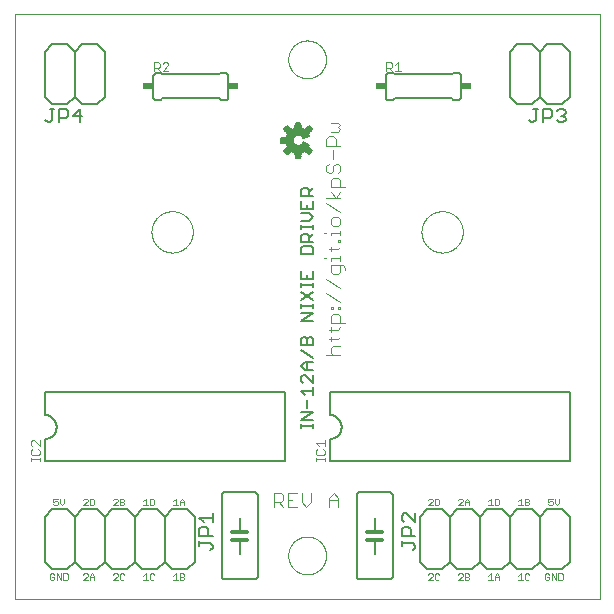
<source format=gto>
G75*
%MOIN*%
%OFA0B0*%
%FSLAX25Y25*%
%IPPOS*%
%LPD*%
%AMOC8*
5,1,8,0,0,1.08239X$1,22.5*
%
%ADD10C,0.00000*%
%ADD11C,0.00500*%
%ADD12C,0.00200*%
%ADD13C,0.00400*%
%ADD14C,0.00600*%
%ADD15R,0.03400X0.02400*%
%ADD16C,0.00300*%
%ADD17C,0.01200*%
%ADD18C,0.00591*%
D10*
X0001800Y0001800D02*
X0001800Y0196800D01*
X0196800Y0196800D01*
X0196800Y0001800D01*
X0001800Y0001800D01*
X0093001Y0016446D02*
X0093003Y0016604D01*
X0093009Y0016762D01*
X0093019Y0016920D01*
X0093033Y0017078D01*
X0093051Y0017235D01*
X0093072Y0017392D01*
X0093098Y0017548D01*
X0093128Y0017704D01*
X0093161Y0017859D01*
X0093199Y0018012D01*
X0093240Y0018165D01*
X0093285Y0018317D01*
X0093334Y0018468D01*
X0093387Y0018617D01*
X0093443Y0018765D01*
X0093503Y0018911D01*
X0093567Y0019056D01*
X0093635Y0019199D01*
X0093706Y0019341D01*
X0093780Y0019481D01*
X0093858Y0019618D01*
X0093940Y0019754D01*
X0094024Y0019888D01*
X0094113Y0020019D01*
X0094204Y0020148D01*
X0094299Y0020275D01*
X0094396Y0020400D01*
X0094497Y0020522D01*
X0094601Y0020641D01*
X0094708Y0020758D01*
X0094818Y0020872D01*
X0094931Y0020983D01*
X0095046Y0021092D01*
X0095164Y0021197D01*
X0095285Y0021299D01*
X0095408Y0021399D01*
X0095534Y0021495D01*
X0095662Y0021588D01*
X0095792Y0021678D01*
X0095925Y0021764D01*
X0096060Y0021848D01*
X0096196Y0021927D01*
X0096335Y0022004D01*
X0096476Y0022076D01*
X0096618Y0022146D01*
X0096762Y0022211D01*
X0096908Y0022273D01*
X0097055Y0022331D01*
X0097204Y0022386D01*
X0097354Y0022437D01*
X0097505Y0022484D01*
X0097657Y0022527D01*
X0097810Y0022566D01*
X0097965Y0022602D01*
X0098120Y0022633D01*
X0098276Y0022661D01*
X0098432Y0022685D01*
X0098589Y0022705D01*
X0098747Y0022721D01*
X0098904Y0022733D01*
X0099063Y0022741D01*
X0099221Y0022745D01*
X0099379Y0022745D01*
X0099537Y0022741D01*
X0099696Y0022733D01*
X0099853Y0022721D01*
X0100011Y0022705D01*
X0100168Y0022685D01*
X0100324Y0022661D01*
X0100480Y0022633D01*
X0100635Y0022602D01*
X0100790Y0022566D01*
X0100943Y0022527D01*
X0101095Y0022484D01*
X0101246Y0022437D01*
X0101396Y0022386D01*
X0101545Y0022331D01*
X0101692Y0022273D01*
X0101838Y0022211D01*
X0101982Y0022146D01*
X0102124Y0022076D01*
X0102265Y0022004D01*
X0102404Y0021927D01*
X0102540Y0021848D01*
X0102675Y0021764D01*
X0102808Y0021678D01*
X0102938Y0021588D01*
X0103066Y0021495D01*
X0103192Y0021399D01*
X0103315Y0021299D01*
X0103436Y0021197D01*
X0103554Y0021092D01*
X0103669Y0020983D01*
X0103782Y0020872D01*
X0103892Y0020758D01*
X0103999Y0020641D01*
X0104103Y0020522D01*
X0104204Y0020400D01*
X0104301Y0020275D01*
X0104396Y0020148D01*
X0104487Y0020019D01*
X0104576Y0019888D01*
X0104660Y0019754D01*
X0104742Y0019618D01*
X0104820Y0019481D01*
X0104894Y0019341D01*
X0104965Y0019199D01*
X0105033Y0019056D01*
X0105097Y0018911D01*
X0105157Y0018765D01*
X0105213Y0018617D01*
X0105266Y0018468D01*
X0105315Y0018317D01*
X0105360Y0018165D01*
X0105401Y0018012D01*
X0105439Y0017859D01*
X0105472Y0017704D01*
X0105502Y0017548D01*
X0105528Y0017392D01*
X0105549Y0017235D01*
X0105567Y0017078D01*
X0105581Y0016920D01*
X0105591Y0016762D01*
X0105597Y0016604D01*
X0105599Y0016446D01*
X0105597Y0016288D01*
X0105591Y0016130D01*
X0105581Y0015972D01*
X0105567Y0015814D01*
X0105549Y0015657D01*
X0105528Y0015500D01*
X0105502Y0015344D01*
X0105472Y0015188D01*
X0105439Y0015033D01*
X0105401Y0014880D01*
X0105360Y0014727D01*
X0105315Y0014575D01*
X0105266Y0014424D01*
X0105213Y0014275D01*
X0105157Y0014127D01*
X0105097Y0013981D01*
X0105033Y0013836D01*
X0104965Y0013693D01*
X0104894Y0013551D01*
X0104820Y0013411D01*
X0104742Y0013274D01*
X0104660Y0013138D01*
X0104576Y0013004D01*
X0104487Y0012873D01*
X0104396Y0012744D01*
X0104301Y0012617D01*
X0104204Y0012492D01*
X0104103Y0012370D01*
X0103999Y0012251D01*
X0103892Y0012134D01*
X0103782Y0012020D01*
X0103669Y0011909D01*
X0103554Y0011800D01*
X0103436Y0011695D01*
X0103315Y0011593D01*
X0103192Y0011493D01*
X0103066Y0011397D01*
X0102938Y0011304D01*
X0102808Y0011214D01*
X0102675Y0011128D01*
X0102540Y0011044D01*
X0102404Y0010965D01*
X0102265Y0010888D01*
X0102124Y0010816D01*
X0101982Y0010746D01*
X0101838Y0010681D01*
X0101692Y0010619D01*
X0101545Y0010561D01*
X0101396Y0010506D01*
X0101246Y0010455D01*
X0101095Y0010408D01*
X0100943Y0010365D01*
X0100790Y0010326D01*
X0100635Y0010290D01*
X0100480Y0010259D01*
X0100324Y0010231D01*
X0100168Y0010207D01*
X0100011Y0010187D01*
X0099853Y0010171D01*
X0099696Y0010159D01*
X0099537Y0010151D01*
X0099379Y0010147D01*
X0099221Y0010147D01*
X0099063Y0010151D01*
X0098904Y0010159D01*
X0098747Y0010171D01*
X0098589Y0010187D01*
X0098432Y0010207D01*
X0098276Y0010231D01*
X0098120Y0010259D01*
X0097965Y0010290D01*
X0097810Y0010326D01*
X0097657Y0010365D01*
X0097505Y0010408D01*
X0097354Y0010455D01*
X0097204Y0010506D01*
X0097055Y0010561D01*
X0096908Y0010619D01*
X0096762Y0010681D01*
X0096618Y0010746D01*
X0096476Y0010816D01*
X0096335Y0010888D01*
X0096196Y0010965D01*
X0096060Y0011044D01*
X0095925Y0011128D01*
X0095792Y0011214D01*
X0095662Y0011304D01*
X0095534Y0011397D01*
X0095408Y0011493D01*
X0095285Y0011593D01*
X0095164Y0011695D01*
X0095046Y0011800D01*
X0094931Y0011909D01*
X0094818Y0012020D01*
X0094708Y0012134D01*
X0094601Y0012251D01*
X0094497Y0012370D01*
X0094396Y0012492D01*
X0094299Y0012617D01*
X0094204Y0012744D01*
X0094113Y0012873D01*
X0094024Y0013004D01*
X0093940Y0013138D01*
X0093858Y0013274D01*
X0093780Y0013411D01*
X0093706Y0013551D01*
X0093635Y0013693D01*
X0093567Y0013836D01*
X0093503Y0013981D01*
X0093443Y0014127D01*
X0093387Y0014275D01*
X0093334Y0014424D01*
X0093285Y0014575D01*
X0093240Y0014727D01*
X0093199Y0014880D01*
X0093161Y0015033D01*
X0093128Y0015188D01*
X0093098Y0015344D01*
X0093072Y0015500D01*
X0093051Y0015657D01*
X0093033Y0015814D01*
X0093019Y0015972D01*
X0093009Y0016130D01*
X0093003Y0016288D01*
X0093001Y0016446D01*
X0047410Y0124300D02*
X0047412Y0124469D01*
X0047418Y0124638D01*
X0047429Y0124807D01*
X0047443Y0124975D01*
X0047462Y0125143D01*
X0047485Y0125311D01*
X0047511Y0125478D01*
X0047542Y0125644D01*
X0047577Y0125810D01*
X0047616Y0125974D01*
X0047660Y0126138D01*
X0047707Y0126300D01*
X0047758Y0126461D01*
X0047813Y0126621D01*
X0047872Y0126780D01*
X0047934Y0126937D01*
X0048001Y0127092D01*
X0048072Y0127246D01*
X0048146Y0127398D01*
X0048224Y0127548D01*
X0048305Y0127696D01*
X0048390Y0127842D01*
X0048479Y0127986D01*
X0048571Y0128128D01*
X0048667Y0128267D01*
X0048766Y0128404D01*
X0048868Y0128539D01*
X0048974Y0128671D01*
X0049083Y0128800D01*
X0049195Y0128927D01*
X0049310Y0129051D01*
X0049428Y0129172D01*
X0049549Y0129290D01*
X0049673Y0129405D01*
X0049800Y0129517D01*
X0049929Y0129626D01*
X0050061Y0129732D01*
X0050196Y0129834D01*
X0050333Y0129933D01*
X0050472Y0130029D01*
X0050614Y0130121D01*
X0050758Y0130210D01*
X0050904Y0130295D01*
X0051052Y0130376D01*
X0051202Y0130454D01*
X0051354Y0130528D01*
X0051508Y0130599D01*
X0051663Y0130666D01*
X0051820Y0130728D01*
X0051979Y0130787D01*
X0052139Y0130842D01*
X0052300Y0130893D01*
X0052462Y0130940D01*
X0052626Y0130984D01*
X0052790Y0131023D01*
X0052956Y0131058D01*
X0053122Y0131089D01*
X0053289Y0131115D01*
X0053457Y0131138D01*
X0053625Y0131157D01*
X0053793Y0131171D01*
X0053962Y0131182D01*
X0054131Y0131188D01*
X0054300Y0131190D01*
X0054469Y0131188D01*
X0054638Y0131182D01*
X0054807Y0131171D01*
X0054975Y0131157D01*
X0055143Y0131138D01*
X0055311Y0131115D01*
X0055478Y0131089D01*
X0055644Y0131058D01*
X0055810Y0131023D01*
X0055974Y0130984D01*
X0056138Y0130940D01*
X0056300Y0130893D01*
X0056461Y0130842D01*
X0056621Y0130787D01*
X0056780Y0130728D01*
X0056937Y0130666D01*
X0057092Y0130599D01*
X0057246Y0130528D01*
X0057398Y0130454D01*
X0057548Y0130376D01*
X0057696Y0130295D01*
X0057842Y0130210D01*
X0057986Y0130121D01*
X0058128Y0130029D01*
X0058267Y0129933D01*
X0058404Y0129834D01*
X0058539Y0129732D01*
X0058671Y0129626D01*
X0058800Y0129517D01*
X0058927Y0129405D01*
X0059051Y0129290D01*
X0059172Y0129172D01*
X0059290Y0129051D01*
X0059405Y0128927D01*
X0059517Y0128800D01*
X0059626Y0128671D01*
X0059732Y0128539D01*
X0059834Y0128404D01*
X0059933Y0128267D01*
X0060029Y0128128D01*
X0060121Y0127986D01*
X0060210Y0127842D01*
X0060295Y0127696D01*
X0060376Y0127548D01*
X0060454Y0127398D01*
X0060528Y0127246D01*
X0060599Y0127092D01*
X0060666Y0126937D01*
X0060728Y0126780D01*
X0060787Y0126621D01*
X0060842Y0126461D01*
X0060893Y0126300D01*
X0060940Y0126138D01*
X0060984Y0125974D01*
X0061023Y0125810D01*
X0061058Y0125644D01*
X0061089Y0125478D01*
X0061115Y0125311D01*
X0061138Y0125143D01*
X0061157Y0124975D01*
X0061171Y0124807D01*
X0061182Y0124638D01*
X0061188Y0124469D01*
X0061190Y0124300D01*
X0061188Y0124131D01*
X0061182Y0123962D01*
X0061171Y0123793D01*
X0061157Y0123625D01*
X0061138Y0123457D01*
X0061115Y0123289D01*
X0061089Y0123122D01*
X0061058Y0122956D01*
X0061023Y0122790D01*
X0060984Y0122626D01*
X0060940Y0122462D01*
X0060893Y0122300D01*
X0060842Y0122139D01*
X0060787Y0121979D01*
X0060728Y0121820D01*
X0060666Y0121663D01*
X0060599Y0121508D01*
X0060528Y0121354D01*
X0060454Y0121202D01*
X0060376Y0121052D01*
X0060295Y0120904D01*
X0060210Y0120758D01*
X0060121Y0120614D01*
X0060029Y0120472D01*
X0059933Y0120333D01*
X0059834Y0120196D01*
X0059732Y0120061D01*
X0059626Y0119929D01*
X0059517Y0119800D01*
X0059405Y0119673D01*
X0059290Y0119549D01*
X0059172Y0119428D01*
X0059051Y0119310D01*
X0058927Y0119195D01*
X0058800Y0119083D01*
X0058671Y0118974D01*
X0058539Y0118868D01*
X0058404Y0118766D01*
X0058267Y0118667D01*
X0058128Y0118571D01*
X0057986Y0118479D01*
X0057842Y0118390D01*
X0057696Y0118305D01*
X0057548Y0118224D01*
X0057398Y0118146D01*
X0057246Y0118072D01*
X0057092Y0118001D01*
X0056937Y0117934D01*
X0056780Y0117872D01*
X0056621Y0117813D01*
X0056461Y0117758D01*
X0056300Y0117707D01*
X0056138Y0117660D01*
X0055974Y0117616D01*
X0055810Y0117577D01*
X0055644Y0117542D01*
X0055478Y0117511D01*
X0055311Y0117485D01*
X0055143Y0117462D01*
X0054975Y0117443D01*
X0054807Y0117429D01*
X0054638Y0117418D01*
X0054469Y0117412D01*
X0054300Y0117410D01*
X0054131Y0117412D01*
X0053962Y0117418D01*
X0053793Y0117429D01*
X0053625Y0117443D01*
X0053457Y0117462D01*
X0053289Y0117485D01*
X0053122Y0117511D01*
X0052956Y0117542D01*
X0052790Y0117577D01*
X0052626Y0117616D01*
X0052462Y0117660D01*
X0052300Y0117707D01*
X0052139Y0117758D01*
X0051979Y0117813D01*
X0051820Y0117872D01*
X0051663Y0117934D01*
X0051508Y0118001D01*
X0051354Y0118072D01*
X0051202Y0118146D01*
X0051052Y0118224D01*
X0050904Y0118305D01*
X0050758Y0118390D01*
X0050614Y0118479D01*
X0050472Y0118571D01*
X0050333Y0118667D01*
X0050196Y0118766D01*
X0050061Y0118868D01*
X0049929Y0118974D01*
X0049800Y0119083D01*
X0049673Y0119195D01*
X0049549Y0119310D01*
X0049428Y0119428D01*
X0049310Y0119549D01*
X0049195Y0119673D01*
X0049083Y0119800D01*
X0048974Y0119929D01*
X0048868Y0120061D01*
X0048766Y0120196D01*
X0048667Y0120333D01*
X0048571Y0120472D01*
X0048479Y0120614D01*
X0048390Y0120758D01*
X0048305Y0120904D01*
X0048224Y0121052D01*
X0048146Y0121202D01*
X0048072Y0121354D01*
X0048001Y0121508D01*
X0047934Y0121663D01*
X0047872Y0121820D01*
X0047813Y0121979D01*
X0047758Y0122139D01*
X0047707Y0122300D01*
X0047660Y0122462D01*
X0047616Y0122626D01*
X0047577Y0122790D01*
X0047542Y0122956D01*
X0047511Y0123122D01*
X0047485Y0123289D01*
X0047462Y0123457D01*
X0047443Y0123625D01*
X0047429Y0123793D01*
X0047418Y0123962D01*
X0047412Y0124131D01*
X0047410Y0124300D01*
X0093001Y0181800D02*
X0093003Y0181958D01*
X0093009Y0182116D01*
X0093019Y0182274D01*
X0093033Y0182432D01*
X0093051Y0182589D01*
X0093072Y0182746D01*
X0093098Y0182902D01*
X0093128Y0183058D01*
X0093161Y0183213D01*
X0093199Y0183366D01*
X0093240Y0183519D01*
X0093285Y0183671D01*
X0093334Y0183822D01*
X0093387Y0183971D01*
X0093443Y0184119D01*
X0093503Y0184265D01*
X0093567Y0184410D01*
X0093635Y0184553D01*
X0093706Y0184695D01*
X0093780Y0184835D01*
X0093858Y0184972D01*
X0093940Y0185108D01*
X0094024Y0185242D01*
X0094113Y0185373D01*
X0094204Y0185502D01*
X0094299Y0185629D01*
X0094396Y0185754D01*
X0094497Y0185876D01*
X0094601Y0185995D01*
X0094708Y0186112D01*
X0094818Y0186226D01*
X0094931Y0186337D01*
X0095046Y0186446D01*
X0095164Y0186551D01*
X0095285Y0186653D01*
X0095408Y0186753D01*
X0095534Y0186849D01*
X0095662Y0186942D01*
X0095792Y0187032D01*
X0095925Y0187118D01*
X0096060Y0187202D01*
X0096196Y0187281D01*
X0096335Y0187358D01*
X0096476Y0187430D01*
X0096618Y0187500D01*
X0096762Y0187565D01*
X0096908Y0187627D01*
X0097055Y0187685D01*
X0097204Y0187740D01*
X0097354Y0187791D01*
X0097505Y0187838D01*
X0097657Y0187881D01*
X0097810Y0187920D01*
X0097965Y0187956D01*
X0098120Y0187987D01*
X0098276Y0188015D01*
X0098432Y0188039D01*
X0098589Y0188059D01*
X0098747Y0188075D01*
X0098904Y0188087D01*
X0099063Y0188095D01*
X0099221Y0188099D01*
X0099379Y0188099D01*
X0099537Y0188095D01*
X0099696Y0188087D01*
X0099853Y0188075D01*
X0100011Y0188059D01*
X0100168Y0188039D01*
X0100324Y0188015D01*
X0100480Y0187987D01*
X0100635Y0187956D01*
X0100790Y0187920D01*
X0100943Y0187881D01*
X0101095Y0187838D01*
X0101246Y0187791D01*
X0101396Y0187740D01*
X0101545Y0187685D01*
X0101692Y0187627D01*
X0101838Y0187565D01*
X0101982Y0187500D01*
X0102124Y0187430D01*
X0102265Y0187358D01*
X0102404Y0187281D01*
X0102540Y0187202D01*
X0102675Y0187118D01*
X0102808Y0187032D01*
X0102938Y0186942D01*
X0103066Y0186849D01*
X0103192Y0186753D01*
X0103315Y0186653D01*
X0103436Y0186551D01*
X0103554Y0186446D01*
X0103669Y0186337D01*
X0103782Y0186226D01*
X0103892Y0186112D01*
X0103999Y0185995D01*
X0104103Y0185876D01*
X0104204Y0185754D01*
X0104301Y0185629D01*
X0104396Y0185502D01*
X0104487Y0185373D01*
X0104576Y0185242D01*
X0104660Y0185108D01*
X0104742Y0184972D01*
X0104820Y0184835D01*
X0104894Y0184695D01*
X0104965Y0184553D01*
X0105033Y0184410D01*
X0105097Y0184265D01*
X0105157Y0184119D01*
X0105213Y0183971D01*
X0105266Y0183822D01*
X0105315Y0183671D01*
X0105360Y0183519D01*
X0105401Y0183366D01*
X0105439Y0183213D01*
X0105472Y0183058D01*
X0105502Y0182902D01*
X0105528Y0182746D01*
X0105549Y0182589D01*
X0105567Y0182432D01*
X0105581Y0182274D01*
X0105591Y0182116D01*
X0105597Y0181958D01*
X0105599Y0181800D01*
X0105597Y0181642D01*
X0105591Y0181484D01*
X0105581Y0181326D01*
X0105567Y0181168D01*
X0105549Y0181011D01*
X0105528Y0180854D01*
X0105502Y0180698D01*
X0105472Y0180542D01*
X0105439Y0180387D01*
X0105401Y0180234D01*
X0105360Y0180081D01*
X0105315Y0179929D01*
X0105266Y0179778D01*
X0105213Y0179629D01*
X0105157Y0179481D01*
X0105097Y0179335D01*
X0105033Y0179190D01*
X0104965Y0179047D01*
X0104894Y0178905D01*
X0104820Y0178765D01*
X0104742Y0178628D01*
X0104660Y0178492D01*
X0104576Y0178358D01*
X0104487Y0178227D01*
X0104396Y0178098D01*
X0104301Y0177971D01*
X0104204Y0177846D01*
X0104103Y0177724D01*
X0103999Y0177605D01*
X0103892Y0177488D01*
X0103782Y0177374D01*
X0103669Y0177263D01*
X0103554Y0177154D01*
X0103436Y0177049D01*
X0103315Y0176947D01*
X0103192Y0176847D01*
X0103066Y0176751D01*
X0102938Y0176658D01*
X0102808Y0176568D01*
X0102675Y0176482D01*
X0102540Y0176398D01*
X0102404Y0176319D01*
X0102265Y0176242D01*
X0102124Y0176170D01*
X0101982Y0176100D01*
X0101838Y0176035D01*
X0101692Y0175973D01*
X0101545Y0175915D01*
X0101396Y0175860D01*
X0101246Y0175809D01*
X0101095Y0175762D01*
X0100943Y0175719D01*
X0100790Y0175680D01*
X0100635Y0175644D01*
X0100480Y0175613D01*
X0100324Y0175585D01*
X0100168Y0175561D01*
X0100011Y0175541D01*
X0099853Y0175525D01*
X0099696Y0175513D01*
X0099537Y0175505D01*
X0099379Y0175501D01*
X0099221Y0175501D01*
X0099063Y0175505D01*
X0098904Y0175513D01*
X0098747Y0175525D01*
X0098589Y0175541D01*
X0098432Y0175561D01*
X0098276Y0175585D01*
X0098120Y0175613D01*
X0097965Y0175644D01*
X0097810Y0175680D01*
X0097657Y0175719D01*
X0097505Y0175762D01*
X0097354Y0175809D01*
X0097204Y0175860D01*
X0097055Y0175915D01*
X0096908Y0175973D01*
X0096762Y0176035D01*
X0096618Y0176100D01*
X0096476Y0176170D01*
X0096335Y0176242D01*
X0096196Y0176319D01*
X0096060Y0176398D01*
X0095925Y0176482D01*
X0095792Y0176568D01*
X0095662Y0176658D01*
X0095534Y0176751D01*
X0095408Y0176847D01*
X0095285Y0176947D01*
X0095164Y0177049D01*
X0095046Y0177154D01*
X0094931Y0177263D01*
X0094818Y0177374D01*
X0094708Y0177488D01*
X0094601Y0177605D01*
X0094497Y0177724D01*
X0094396Y0177846D01*
X0094299Y0177971D01*
X0094204Y0178098D01*
X0094113Y0178227D01*
X0094024Y0178358D01*
X0093940Y0178492D01*
X0093858Y0178628D01*
X0093780Y0178765D01*
X0093706Y0178905D01*
X0093635Y0179047D01*
X0093567Y0179190D01*
X0093503Y0179335D01*
X0093443Y0179481D01*
X0093387Y0179629D01*
X0093334Y0179778D01*
X0093285Y0179929D01*
X0093240Y0180081D01*
X0093199Y0180234D01*
X0093161Y0180387D01*
X0093128Y0180542D01*
X0093098Y0180698D01*
X0093072Y0180854D01*
X0093051Y0181011D01*
X0093033Y0181168D01*
X0093019Y0181326D01*
X0093009Y0181484D01*
X0093003Y0181642D01*
X0093001Y0181800D01*
X0137410Y0124300D02*
X0137412Y0124469D01*
X0137418Y0124638D01*
X0137429Y0124807D01*
X0137443Y0124975D01*
X0137462Y0125143D01*
X0137485Y0125311D01*
X0137511Y0125478D01*
X0137542Y0125644D01*
X0137577Y0125810D01*
X0137616Y0125974D01*
X0137660Y0126138D01*
X0137707Y0126300D01*
X0137758Y0126461D01*
X0137813Y0126621D01*
X0137872Y0126780D01*
X0137934Y0126937D01*
X0138001Y0127092D01*
X0138072Y0127246D01*
X0138146Y0127398D01*
X0138224Y0127548D01*
X0138305Y0127696D01*
X0138390Y0127842D01*
X0138479Y0127986D01*
X0138571Y0128128D01*
X0138667Y0128267D01*
X0138766Y0128404D01*
X0138868Y0128539D01*
X0138974Y0128671D01*
X0139083Y0128800D01*
X0139195Y0128927D01*
X0139310Y0129051D01*
X0139428Y0129172D01*
X0139549Y0129290D01*
X0139673Y0129405D01*
X0139800Y0129517D01*
X0139929Y0129626D01*
X0140061Y0129732D01*
X0140196Y0129834D01*
X0140333Y0129933D01*
X0140472Y0130029D01*
X0140614Y0130121D01*
X0140758Y0130210D01*
X0140904Y0130295D01*
X0141052Y0130376D01*
X0141202Y0130454D01*
X0141354Y0130528D01*
X0141508Y0130599D01*
X0141663Y0130666D01*
X0141820Y0130728D01*
X0141979Y0130787D01*
X0142139Y0130842D01*
X0142300Y0130893D01*
X0142462Y0130940D01*
X0142626Y0130984D01*
X0142790Y0131023D01*
X0142956Y0131058D01*
X0143122Y0131089D01*
X0143289Y0131115D01*
X0143457Y0131138D01*
X0143625Y0131157D01*
X0143793Y0131171D01*
X0143962Y0131182D01*
X0144131Y0131188D01*
X0144300Y0131190D01*
X0144469Y0131188D01*
X0144638Y0131182D01*
X0144807Y0131171D01*
X0144975Y0131157D01*
X0145143Y0131138D01*
X0145311Y0131115D01*
X0145478Y0131089D01*
X0145644Y0131058D01*
X0145810Y0131023D01*
X0145974Y0130984D01*
X0146138Y0130940D01*
X0146300Y0130893D01*
X0146461Y0130842D01*
X0146621Y0130787D01*
X0146780Y0130728D01*
X0146937Y0130666D01*
X0147092Y0130599D01*
X0147246Y0130528D01*
X0147398Y0130454D01*
X0147548Y0130376D01*
X0147696Y0130295D01*
X0147842Y0130210D01*
X0147986Y0130121D01*
X0148128Y0130029D01*
X0148267Y0129933D01*
X0148404Y0129834D01*
X0148539Y0129732D01*
X0148671Y0129626D01*
X0148800Y0129517D01*
X0148927Y0129405D01*
X0149051Y0129290D01*
X0149172Y0129172D01*
X0149290Y0129051D01*
X0149405Y0128927D01*
X0149517Y0128800D01*
X0149626Y0128671D01*
X0149732Y0128539D01*
X0149834Y0128404D01*
X0149933Y0128267D01*
X0150029Y0128128D01*
X0150121Y0127986D01*
X0150210Y0127842D01*
X0150295Y0127696D01*
X0150376Y0127548D01*
X0150454Y0127398D01*
X0150528Y0127246D01*
X0150599Y0127092D01*
X0150666Y0126937D01*
X0150728Y0126780D01*
X0150787Y0126621D01*
X0150842Y0126461D01*
X0150893Y0126300D01*
X0150940Y0126138D01*
X0150984Y0125974D01*
X0151023Y0125810D01*
X0151058Y0125644D01*
X0151089Y0125478D01*
X0151115Y0125311D01*
X0151138Y0125143D01*
X0151157Y0124975D01*
X0151171Y0124807D01*
X0151182Y0124638D01*
X0151188Y0124469D01*
X0151190Y0124300D01*
X0151188Y0124131D01*
X0151182Y0123962D01*
X0151171Y0123793D01*
X0151157Y0123625D01*
X0151138Y0123457D01*
X0151115Y0123289D01*
X0151089Y0123122D01*
X0151058Y0122956D01*
X0151023Y0122790D01*
X0150984Y0122626D01*
X0150940Y0122462D01*
X0150893Y0122300D01*
X0150842Y0122139D01*
X0150787Y0121979D01*
X0150728Y0121820D01*
X0150666Y0121663D01*
X0150599Y0121508D01*
X0150528Y0121354D01*
X0150454Y0121202D01*
X0150376Y0121052D01*
X0150295Y0120904D01*
X0150210Y0120758D01*
X0150121Y0120614D01*
X0150029Y0120472D01*
X0149933Y0120333D01*
X0149834Y0120196D01*
X0149732Y0120061D01*
X0149626Y0119929D01*
X0149517Y0119800D01*
X0149405Y0119673D01*
X0149290Y0119549D01*
X0149172Y0119428D01*
X0149051Y0119310D01*
X0148927Y0119195D01*
X0148800Y0119083D01*
X0148671Y0118974D01*
X0148539Y0118868D01*
X0148404Y0118766D01*
X0148267Y0118667D01*
X0148128Y0118571D01*
X0147986Y0118479D01*
X0147842Y0118390D01*
X0147696Y0118305D01*
X0147548Y0118224D01*
X0147398Y0118146D01*
X0147246Y0118072D01*
X0147092Y0118001D01*
X0146937Y0117934D01*
X0146780Y0117872D01*
X0146621Y0117813D01*
X0146461Y0117758D01*
X0146300Y0117707D01*
X0146138Y0117660D01*
X0145974Y0117616D01*
X0145810Y0117577D01*
X0145644Y0117542D01*
X0145478Y0117511D01*
X0145311Y0117485D01*
X0145143Y0117462D01*
X0144975Y0117443D01*
X0144807Y0117429D01*
X0144638Y0117418D01*
X0144469Y0117412D01*
X0144300Y0117410D01*
X0144131Y0117412D01*
X0143962Y0117418D01*
X0143793Y0117429D01*
X0143625Y0117443D01*
X0143457Y0117462D01*
X0143289Y0117485D01*
X0143122Y0117511D01*
X0142956Y0117542D01*
X0142790Y0117577D01*
X0142626Y0117616D01*
X0142462Y0117660D01*
X0142300Y0117707D01*
X0142139Y0117758D01*
X0141979Y0117813D01*
X0141820Y0117872D01*
X0141663Y0117934D01*
X0141508Y0118001D01*
X0141354Y0118072D01*
X0141202Y0118146D01*
X0141052Y0118224D01*
X0140904Y0118305D01*
X0140758Y0118390D01*
X0140614Y0118479D01*
X0140472Y0118571D01*
X0140333Y0118667D01*
X0140196Y0118766D01*
X0140061Y0118868D01*
X0139929Y0118974D01*
X0139800Y0119083D01*
X0139673Y0119195D01*
X0139549Y0119310D01*
X0139428Y0119428D01*
X0139310Y0119549D01*
X0139195Y0119673D01*
X0139083Y0119800D01*
X0138974Y0119929D01*
X0138868Y0120061D01*
X0138766Y0120196D01*
X0138667Y0120333D01*
X0138571Y0120472D01*
X0138479Y0120614D01*
X0138390Y0120758D01*
X0138305Y0120904D01*
X0138224Y0121052D01*
X0138146Y0121202D01*
X0138072Y0121354D01*
X0138001Y0121508D01*
X0137934Y0121663D01*
X0137872Y0121820D01*
X0137813Y0121979D01*
X0137758Y0122139D01*
X0137707Y0122300D01*
X0137660Y0122462D01*
X0137616Y0122626D01*
X0137577Y0122790D01*
X0137542Y0122956D01*
X0137511Y0123122D01*
X0137485Y0123289D01*
X0137462Y0123457D01*
X0137443Y0123625D01*
X0137429Y0123793D01*
X0137418Y0123962D01*
X0137412Y0124131D01*
X0137410Y0124300D01*
D11*
X0101300Y0123627D02*
X0099966Y0122293D01*
X0099966Y0122960D02*
X0099966Y0120958D01*
X0101300Y0120958D02*
X0097297Y0120958D01*
X0097297Y0122960D01*
X0097964Y0123627D01*
X0099298Y0123627D01*
X0099966Y0122960D01*
X0101300Y0125102D02*
X0101300Y0126436D01*
X0101300Y0125769D02*
X0097297Y0125769D01*
X0097297Y0125102D02*
X0097297Y0126436D01*
X0097297Y0127864D02*
X0099966Y0127864D01*
X0101300Y0129199D01*
X0099966Y0130533D01*
X0097297Y0130533D01*
X0097297Y0132008D02*
X0101300Y0132008D01*
X0101300Y0134677D01*
X0101300Y0136151D02*
X0097297Y0136151D01*
X0097297Y0138153D01*
X0097964Y0138820D01*
X0099298Y0138820D01*
X0099966Y0138153D01*
X0099966Y0136151D01*
X0099966Y0137486D02*
X0101300Y0138820D01*
X0099298Y0133342D02*
X0099298Y0132008D01*
X0097297Y0132008D02*
X0097297Y0134677D01*
X0097964Y0119484D02*
X0097297Y0118816D01*
X0097297Y0116815D01*
X0101300Y0116815D01*
X0101300Y0118816D01*
X0100633Y0119484D01*
X0097964Y0119484D01*
X0097297Y0111197D02*
X0097297Y0108528D01*
X0101300Y0108528D01*
X0101300Y0111197D01*
X0099298Y0109862D02*
X0099298Y0108528D01*
X0097297Y0107100D02*
X0097297Y0105765D01*
X0097297Y0106433D02*
X0101300Y0106433D01*
X0101300Y0107100D02*
X0101300Y0105765D01*
X0101300Y0104291D02*
X0097297Y0101622D01*
X0097297Y0100194D02*
X0097297Y0098859D01*
X0097297Y0099527D02*
X0101300Y0099527D01*
X0101300Y0100194D02*
X0101300Y0098859D01*
X0101300Y0097385D02*
X0097297Y0097385D01*
X0097297Y0094716D02*
X0101300Y0097385D01*
X0101300Y0094716D02*
X0097297Y0094716D01*
X0097964Y0089098D02*
X0097297Y0088430D01*
X0097297Y0086429D01*
X0101300Y0086429D01*
X0101300Y0088430D01*
X0100633Y0089098D01*
X0099966Y0089098D01*
X0099298Y0088430D01*
X0099298Y0086429D01*
X0099298Y0088430D02*
X0098631Y0089098D01*
X0097964Y0089098D01*
X0097297Y0084954D02*
X0101300Y0082285D01*
X0101300Y0080811D02*
X0098631Y0080811D01*
X0097297Y0079476D01*
X0098631Y0078142D01*
X0101300Y0078142D01*
X0101300Y0076667D02*
X0101300Y0073998D01*
X0098631Y0076667D01*
X0097964Y0076667D01*
X0097297Y0076000D01*
X0097297Y0074665D01*
X0097964Y0073998D01*
X0097297Y0071189D02*
X0101300Y0071189D01*
X0101300Y0069855D02*
X0101300Y0072524D01*
X0098631Y0069855D02*
X0097297Y0071189D01*
X0099298Y0068380D02*
X0099298Y0065711D01*
X0097297Y0064236D02*
X0101300Y0064236D01*
X0097297Y0061568D01*
X0101300Y0061568D01*
X0101300Y0060140D02*
X0101300Y0058805D01*
X0101300Y0059472D02*
X0097297Y0059472D01*
X0097297Y0058805D02*
X0097297Y0060140D01*
X0099298Y0078142D02*
X0099298Y0080811D01*
X0101300Y0101622D02*
X0097297Y0104291D01*
X0024260Y0163052D02*
X0021258Y0163052D01*
X0023510Y0165304D01*
X0023510Y0160800D01*
X0019656Y0163052D02*
X0018906Y0162301D01*
X0016654Y0162301D01*
X0016654Y0160800D02*
X0016654Y0165304D01*
X0018906Y0165304D01*
X0019656Y0164553D01*
X0019656Y0163052D01*
X0015053Y0165304D02*
X0013551Y0165304D01*
X0014302Y0165304D02*
X0014302Y0161551D01*
X0013551Y0160800D01*
X0012801Y0160800D01*
X0012050Y0161551D01*
X0067800Y0030449D02*
X0067800Y0027446D01*
X0067800Y0028947D02*
X0063296Y0028947D01*
X0064797Y0027446D01*
X0064047Y0025845D02*
X0065548Y0025845D01*
X0066299Y0025094D01*
X0066299Y0022842D01*
X0067800Y0022842D02*
X0063296Y0022842D01*
X0063296Y0025094D01*
X0064047Y0025845D01*
X0063296Y0021241D02*
X0063296Y0019739D01*
X0063296Y0020490D02*
X0067049Y0020490D01*
X0067800Y0019739D01*
X0067800Y0018989D01*
X0067049Y0018238D01*
X0130796Y0019739D02*
X0130796Y0021241D01*
X0130796Y0020490D02*
X0134549Y0020490D01*
X0135300Y0019739D01*
X0135300Y0018989D01*
X0134549Y0018238D01*
X0133799Y0022842D02*
X0133799Y0025094D01*
X0133048Y0025845D01*
X0131547Y0025845D01*
X0130796Y0025094D01*
X0130796Y0022842D01*
X0135300Y0022842D01*
X0135300Y0027446D02*
X0132297Y0030449D01*
X0131547Y0030449D01*
X0130796Y0029698D01*
X0130796Y0028197D01*
X0131547Y0027446D01*
X0135300Y0027446D02*
X0135300Y0030449D01*
X0173989Y0160800D02*
X0174739Y0160800D01*
X0175490Y0161551D01*
X0175490Y0165304D01*
X0174739Y0165304D02*
X0176241Y0165304D01*
X0177842Y0165304D02*
X0180094Y0165304D01*
X0180845Y0164553D01*
X0180845Y0163052D01*
X0180094Y0162301D01*
X0177842Y0162301D01*
X0177842Y0160800D02*
X0177842Y0165304D01*
X0182446Y0164553D02*
X0183197Y0165304D01*
X0184698Y0165304D01*
X0185449Y0164553D01*
X0185449Y0163803D01*
X0184698Y0163052D01*
X0185449Y0162301D01*
X0185449Y0161551D01*
X0184698Y0160800D01*
X0183197Y0160800D01*
X0182446Y0161551D01*
X0183947Y0163052D02*
X0184698Y0163052D01*
X0173989Y0160800D02*
X0173238Y0161551D01*
D12*
X0173001Y0035352D02*
X0171900Y0035352D01*
X0171900Y0033150D01*
X0173001Y0033150D01*
X0173368Y0033517D01*
X0173368Y0033884D01*
X0173001Y0034251D01*
X0171900Y0034251D01*
X0173001Y0034251D02*
X0173368Y0034618D01*
X0173368Y0034985D01*
X0173001Y0035352D01*
X0171158Y0033150D02*
X0169690Y0033150D01*
X0170424Y0033150D02*
X0170424Y0035352D01*
X0169690Y0034618D01*
X0163368Y0034985D02*
X0163368Y0033517D01*
X0163001Y0033150D01*
X0161900Y0033150D01*
X0161900Y0035352D01*
X0163001Y0035352D01*
X0163368Y0034985D01*
X0161158Y0033150D02*
X0159690Y0033150D01*
X0160424Y0033150D02*
X0160424Y0035352D01*
X0159690Y0034618D01*
X0153368Y0034618D02*
X0153368Y0033150D01*
X0153368Y0034251D02*
X0151900Y0034251D01*
X0151900Y0034618D02*
X0152634Y0035352D01*
X0153368Y0034618D01*
X0151900Y0034618D02*
X0151900Y0033150D01*
X0151158Y0033150D02*
X0149690Y0033150D01*
X0151158Y0034618D01*
X0151158Y0034985D01*
X0150791Y0035352D01*
X0150057Y0035352D01*
X0149690Y0034985D01*
X0143368Y0034985D02*
X0143368Y0033517D01*
X0143001Y0033150D01*
X0141900Y0033150D01*
X0141900Y0035352D01*
X0143001Y0035352D01*
X0143368Y0034985D01*
X0141158Y0034985D02*
X0140791Y0035352D01*
X0140057Y0035352D01*
X0139690Y0034985D01*
X0141158Y0034985D02*
X0141158Y0034618D01*
X0139690Y0033150D01*
X0141158Y0033150D01*
X0140791Y0010452D02*
X0140057Y0010452D01*
X0139690Y0010085D01*
X0140791Y0010452D02*
X0141158Y0010085D01*
X0141158Y0009718D01*
X0139690Y0008250D01*
X0141158Y0008250D01*
X0141900Y0008617D02*
X0142267Y0008250D01*
X0143001Y0008250D01*
X0143368Y0008617D01*
X0143368Y0010085D02*
X0143001Y0010452D01*
X0142267Y0010452D01*
X0141900Y0010085D01*
X0141900Y0008617D01*
X0149690Y0008250D02*
X0151158Y0009718D01*
X0151158Y0010085D01*
X0150791Y0010452D01*
X0150057Y0010452D01*
X0149690Y0010085D01*
X0149690Y0008250D02*
X0151158Y0008250D01*
X0151900Y0008250D02*
X0153001Y0008250D01*
X0153368Y0008617D01*
X0153368Y0008984D01*
X0153001Y0009351D01*
X0151900Y0009351D01*
X0151900Y0008250D02*
X0151900Y0010452D01*
X0153001Y0010452D01*
X0153368Y0010085D01*
X0153368Y0009718D01*
X0153001Y0009351D01*
X0159690Y0009718D02*
X0160424Y0010452D01*
X0160424Y0008250D01*
X0159690Y0008250D02*
X0161158Y0008250D01*
X0161900Y0008250D02*
X0161900Y0009718D01*
X0162634Y0010452D01*
X0163368Y0009718D01*
X0163368Y0008250D01*
X0163368Y0009351D02*
X0161900Y0009351D01*
X0169690Y0009718D02*
X0170424Y0010452D01*
X0170424Y0008250D01*
X0169690Y0008250D02*
X0171158Y0008250D01*
X0171900Y0008617D02*
X0172267Y0008250D01*
X0173001Y0008250D01*
X0173368Y0008617D01*
X0173368Y0010085D02*
X0173001Y0010452D01*
X0172267Y0010452D01*
X0171900Y0010085D01*
X0171900Y0008617D01*
X0178585Y0008617D02*
X0178952Y0008250D01*
X0179686Y0008250D01*
X0180053Y0008617D01*
X0180053Y0009351D01*
X0179319Y0009351D01*
X0178585Y0010085D02*
X0178585Y0008617D01*
X0178585Y0010085D02*
X0178952Y0010452D01*
X0179686Y0010452D01*
X0180053Y0010085D01*
X0180795Y0010452D02*
X0182263Y0008250D01*
X0182263Y0010452D01*
X0183005Y0010452D02*
X0183005Y0008250D01*
X0184106Y0008250D01*
X0184473Y0008617D01*
X0184473Y0010085D01*
X0184106Y0010452D01*
X0183005Y0010452D01*
X0180795Y0010452D02*
X0180795Y0008250D01*
X0180791Y0033150D02*
X0180057Y0033150D01*
X0179690Y0033517D01*
X0179690Y0034251D02*
X0180424Y0034618D01*
X0180791Y0034618D01*
X0181158Y0034251D01*
X0181158Y0033517D01*
X0180791Y0033150D01*
X0181900Y0033884D02*
X0182634Y0033150D01*
X0183368Y0033884D01*
X0183368Y0035352D01*
X0181900Y0035352D02*
X0181900Y0033884D01*
X0181158Y0035352D02*
X0179690Y0035352D01*
X0179690Y0034251D01*
X0058368Y0034251D02*
X0056900Y0034251D01*
X0056900Y0034618D02*
X0057634Y0035352D01*
X0058368Y0034618D01*
X0058368Y0033150D01*
X0056900Y0033150D02*
X0056900Y0034618D01*
X0056158Y0033150D02*
X0054690Y0033150D01*
X0055424Y0033150D02*
X0055424Y0035352D01*
X0054690Y0034618D01*
X0048368Y0034985D02*
X0048368Y0033517D01*
X0048001Y0033150D01*
X0046900Y0033150D01*
X0046900Y0035352D01*
X0048001Y0035352D01*
X0048368Y0034985D01*
X0046158Y0033150D02*
X0044690Y0033150D01*
X0045424Y0033150D02*
X0045424Y0035352D01*
X0044690Y0034618D01*
X0038368Y0034618D02*
X0038001Y0034251D01*
X0036900Y0034251D01*
X0036158Y0034618D02*
X0036158Y0034985D01*
X0035791Y0035352D01*
X0035057Y0035352D01*
X0034690Y0034985D01*
X0036158Y0034618D02*
X0034690Y0033150D01*
X0036158Y0033150D01*
X0036900Y0033150D02*
X0038001Y0033150D01*
X0038368Y0033517D01*
X0038368Y0033884D01*
X0038001Y0034251D01*
X0038368Y0034618D02*
X0038368Y0034985D01*
X0038001Y0035352D01*
X0036900Y0035352D01*
X0036900Y0033150D01*
X0028368Y0033517D02*
X0028368Y0034985D01*
X0028001Y0035352D01*
X0026900Y0035352D01*
X0026900Y0033150D01*
X0028001Y0033150D01*
X0028368Y0033517D01*
X0026158Y0033150D02*
X0024690Y0033150D01*
X0026158Y0034618D01*
X0026158Y0034985D01*
X0025791Y0035352D01*
X0025057Y0035352D01*
X0024690Y0034985D01*
X0018368Y0035352D02*
X0018368Y0033884D01*
X0017634Y0033150D01*
X0016900Y0033884D01*
X0016900Y0035352D01*
X0016158Y0035352D02*
X0014690Y0035352D01*
X0014690Y0034251D01*
X0015424Y0034618D01*
X0015791Y0034618D01*
X0016158Y0034251D01*
X0016158Y0033517D01*
X0015791Y0033150D01*
X0015057Y0033150D01*
X0014690Y0033517D01*
X0014686Y0010452D02*
X0013952Y0010452D01*
X0013585Y0010085D01*
X0013585Y0008617D01*
X0013952Y0008250D01*
X0014686Y0008250D01*
X0015053Y0008617D01*
X0015053Y0009351D01*
X0014319Y0009351D01*
X0015053Y0010085D02*
X0014686Y0010452D01*
X0015795Y0010452D02*
X0017263Y0008250D01*
X0017263Y0010452D01*
X0018005Y0010452D02*
X0018005Y0008250D01*
X0019106Y0008250D01*
X0019473Y0008617D01*
X0019473Y0010085D01*
X0019106Y0010452D01*
X0018005Y0010452D01*
X0015795Y0010452D02*
X0015795Y0008250D01*
X0024690Y0008250D02*
X0026158Y0009718D01*
X0026158Y0010085D01*
X0025791Y0010452D01*
X0025057Y0010452D01*
X0024690Y0010085D01*
X0024690Y0008250D02*
X0026158Y0008250D01*
X0026900Y0008250D02*
X0026900Y0009718D01*
X0027634Y0010452D01*
X0028368Y0009718D01*
X0028368Y0008250D01*
X0028368Y0009351D02*
X0026900Y0009351D01*
X0034690Y0010085D02*
X0035057Y0010452D01*
X0035791Y0010452D01*
X0036158Y0010085D01*
X0036158Y0009718D01*
X0034690Y0008250D01*
X0036158Y0008250D01*
X0036900Y0008617D02*
X0037267Y0008250D01*
X0038001Y0008250D01*
X0038368Y0008617D01*
X0038368Y0010085D02*
X0038001Y0010452D01*
X0037267Y0010452D01*
X0036900Y0010085D01*
X0036900Y0008617D01*
X0044690Y0008250D02*
X0046158Y0008250D01*
X0045424Y0008250D02*
X0045424Y0010452D01*
X0044690Y0009718D01*
X0046900Y0010085D02*
X0046900Y0008617D01*
X0047267Y0008250D01*
X0048001Y0008250D01*
X0048368Y0008617D01*
X0048368Y0010085D02*
X0048001Y0010452D01*
X0047267Y0010452D01*
X0046900Y0010085D01*
X0054690Y0009718D02*
X0055424Y0010452D01*
X0055424Y0008250D01*
X0054690Y0008250D02*
X0056158Y0008250D01*
X0056900Y0008250D02*
X0058001Y0008250D01*
X0058368Y0008617D01*
X0058368Y0008984D01*
X0058001Y0009351D01*
X0056900Y0009351D01*
X0056900Y0008250D02*
X0056900Y0010452D01*
X0058001Y0010452D01*
X0058368Y0010085D01*
X0058368Y0009718D01*
X0058001Y0009351D01*
D13*
X0088250Y0032625D02*
X0088250Y0037229D01*
X0090552Y0037229D01*
X0091319Y0036462D01*
X0091319Y0034927D01*
X0090552Y0034160D01*
X0088250Y0034160D01*
X0089785Y0034160D02*
X0091319Y0032625D01*
X0092854Y0032625D02*
X0095923Y0032625D01*
X0097458Y0034160D02*
X0098992Y0032625D01*
X0100527Y0034160D01*
X0100527Y0037229D01*
X0097458Y0037229D02*
X0097458Y0034160D01*
X0095923Y0037229D02*
X0092854Y0037229D01*
X0092854Y0032625D01*
X0092854Y0034927D02*
X0094389Y0034927D01*
X0106666Y0034927D02*
X0109735Y0034927D01*
X0109735Y0035694D02*
X0109735Y0032625D01*
X0109735Y0035694D02*
X0108200Y0037229D01*
X0106666Y0035694D01*
X0106666Y0032625D01*
X0105746Y0083250D02*
X0110350Y0083250D01*
X0108048Y0083250D02*
X0107281Y0084017D01*
X0107281Y0085552D01*
X0108048Y0086319D01*
X0110350Y0086319D01*
X0109583Y0088621D02*
X0110350Y0089389D01*
X0109583Y0088621D02*
X0106513Y0088621D01*
X0107281Y0087854D02*
X0107281Y0089389D01*
X0107281Y0090923D02*
X0107281Y0092458D01*
X0106513Y0091691D02*
X0109583Y0091691D01*
X0110350Y0092458D01*
X0110350Y0093992D02*
X0110350Y0096294D01*
X0109583Y0097062D01*
X0108048Y0097062D01*
X0107281Y0096294D01*
X0107281Y0093992D01*
X0111885Y0093992D01*
X0110350Y0098596D02*
X0109583Y0098596D01*
X0109583Y0099364D01*
X0110350Y0099364D01*
X0110350Y0098596D01*
X0108048Y0098596D02*
X0108048Y0099364D01*
X0107281Y0099364D01*
X0107281Y0098596D01*
X0108048Y0098596D01*
X0110350Y0100898D02*
X0105746Y0103968D01*
X0105746Y0108572D02*
X0110350Y0105502D01*
X0109583Y0110106D02*
X0108048Y0110106D01*
X0107281Y0110874D01*
X0107281Y0113175D01*
X0111117Y0113175D01*
X0111885Y0112408D01*
X0111885Y0111641D01*
X0110350Y0110874D02*
X0110350Y0113175D01*
X0110350Y0114710D02*
X0110350Y0116245D01*
X0110350Y0115477D02*
X0107281Y0115477D01*
X0107281Y0114710D01*
X0105746Y0115477D02*
X0104979Y0115477D01*
X0106513Y0118547D02*
X0109583Y0118547D01*
X0110350Y0119314D01*
X0110350Y0120849D02*
X0110350Y0121616D01*
X0109583Y0121616D01*
X0109583Y0120849D01*
X0110350Y0120849D01*
X0107281Y0119314D02*
X0107281Y0117779D01*
X0107281Y0123151D02*
X0107281Y0123918D01*
X0110350Y0123918D01*
X0110350Y0123151D02*
X0110350Y0124685D01*
X0109583Y0126220D02*
X0108048Y0126220D01*
X0107281Y0126987D01*
X0107281Y0128522D01*
X0108048Y0129289D01*
X0109583Y0129289D01*
X0110350Y0128522D01*
X0110350Y0126987D01*
X0109583Y0126220D01*
X0105746Y0123918D02*
X0104979Y0123918D01*
X0110350Y0130824D02*
X0105746Y0133893D01*
X0105746Y0135428D02*
X0110350Y0135428D01*
X0108815Y0135428D02*
X0107281Y0137730D01*
X0107281Y0139264D02*
X0107281Y0141566D01*
X0108048Y0142334D01*
X0109583Y0142334D01*
X0110350Y0141566D01*
X0110350Y0139264D01*
X0110350Y0137730D02*
X0108815Y0135428D01*
X0107281Y0139264D02*
X0111885Y0139264D01*
X0109583Y0143868D02*
X0110350Y0144636D01*
X0110350Y0146170D01*
X0109583Y0146938D01*
X0108815Y0146938D01*
X0108048Y0146170D01*
X0108048Y0144636D01*
X0107281Y0143868D01*
X0106513Y0143868D01*
X0105746Y0144636D01*
X0105746Y0146170D01*
X0106513Y0146938D01*
X0108048Y0148472D02*
X0108048Y0151542D01*
X0108815Y0153076D02*
X0108815Y0155378D01*
X0108048Y0156145D01*
X0106513Y0156145D01*
X0105746Y0155378D01*
X0105746Y0153076D01*
X0110350Y0153076D01*
X0109583Y0157680D02*
X0107281Y0157680D01*
X0109583Y0157680D02*
X0110350Y0158447D01*
X0109583Y0159215D01*
X0110350Y0159982D01*
X0109583Y0160749D01*
X0107281Y0160749D01*
X0110350Y0110874D02*
X0109583Y0110106D01*
D14*
X0106800Y0070800D02*
X0106800Y0063300D01*
X0106926Y0063298D01*
X0107051Y0063292D01*
X0107176Y0063282D01*
X0107301Y0063268D01*
X0107426Y0063251D01*
X0107550Y0063229D01*
X0107673Y0063204D01*
X0107795Y0063174D01*
X0107916Y0063141D01*
X0108036Y0063104D01*
X0108155Y0063064D01*
X0108272Y0063019D01*
X0108389Y0062971D01*
X0108503Y0062919D01*
X0108616Y0062864D01*
X0108727Y0062805D01*
X0108836Y0062743D01*
X0108943Y0062677D01*
X0109048Y0062608D01*
X0109151Y0062536D01*
X0109252Y0062461D01*
X0109350Y0062382D01*
X0109445Y0062300D01*
X0109538Y0062216D01*
X0109628Y0062128D01*
X0109716Y0062038D01*
X0109800Y0061945D01*
X0109882Y0061850D01*
X0109961Y0061752D01*
X0110036Y0061651D01*
X0110108Y0061548D01*
X0110177Y0061443D01*
X0110243Y0061336D01*
X0110305Y0061227D01*
X0110364Y0061116D01*
X0110419Y0061003D01*
X0110471Y0060889D01*
X0110519Y0060772D01*
X0110564Y0060655D01*
X0110604Y0060536D01*
X0110641Y0060416D01*
X0110674Y0060295D01*
X0110704Y0060173D01*
X0110729Y0060050D01*
X0110751Y0059926D01*
X0110768Y0059801D01*
X0110782Y0059676D01*
X0110792Y0059551D01*
X0110798Y0059426D01*
X0110800Y0059300D01*
X0110798Y0059174D01*
X0110792Y0059049D01*
X0110782Y0058924D01*
X0110768Y0058799D01*
X0110751Y0058674D01*
X0110729Y0058550D01*
X0110704Y0058427D01*
X0110674Y0058305D01*
X0110641Y0058184D01*
X0110604Y0058064D01*
X0110564Y0057945D01*
X0110519Y0057828D01*
X0110471Y0057711D01*
X0110419Y0057597D01*
X0110364Y0057484D01*
X0110305Y0057373D01*
X0110243Y0057264D01*
X0110177Y0057157D01*
X0110108Y0057052D01*
X0110036Y0056949D01*
X0109961Y0056848D01*
X0109882Y0056750D01*
X0109800Y0056655D01*
X0109716Y0056562D01*
X0109628Y0056472D01*
X0109538Y0056384D01*
X0109445Y0056300D01*
X0109350Y0056218D01*
X0109252Y0056139D01*
X0109151Y0056064D01*
X0109048Y0055992D01*
X0108943Y0055923D01*
X0108836Y0055857D01*
X0108727Y0055795D01*
X0108616Y0055736D01*
X0108503Y0055681D01*
X0108389Y0055629D01*
X0108272Y0055581D01*
X0108155Y0055536D01*
X0108036Y0055496D01*
X0107916Y0055459D01*
X0107795Y0055426D01*
X0107673Y0055396D01*
X0107550Y0055371D01*
X0107426Y0055349D01*
X0107301Y0055332D01*
X0107176Y0055318D01*
X0107051Y0055308D01*
X0106926Y0055302D01*
X0106800Y0055300D01*
X0106800Y0047800D01*
X0186800Y0047800D01*
X0186800Y0070800D01*
X0106800Y0070800D01*
X0091800Y0070800D02*
X0091800Y0047800D01*
X0011800Y0047800D01*
X0011800Y0055300D01*
X0011926Y0055302D01*
X0012051Y0055308D01*
X0012176Y0055318D01*
X0012301Y0055332D01*
X0012426Y0055349D01*
X0012550Y0055371D01*
X0012673Y0055396D01*
X0012795Y0055426D01*
X0012916Y0055459D01*
X0013036Y0055496D01*
X0013155Y0055536D01*
X0013272Y0055581D01*
X0013389Y0055629D01*
X0013503Y0055681D01*
X0013616Y0055736D01*
X0013727Y0055795D01*
X0013836Y0055857D01*
X0013943Y0055923D01*
X0014048Y0055992D01*
X0014151Y0056064D01*
X0014252Y0056139D01*
X0014350Y0056218D01*
X0014445Y0056300D01*
X0014538Y0056384D01*
X0014628Y0056472D01*
X0014716Y0056562D01*
X0014800Y0056655D01*
X0014882Y0056750D01*
X0014961Y0056848D01*
X0015036Y0056949D01*
X0015108Y0057052D01*
X0015177Y0057157D01*
X0015243Y0057264D01*
X0015305Y0057373D01*
X0015364Y0057484D01*
X0015419Y0057597D01*
X0015471Y0057711D01*
X0015519Y0057828D01*
X0015564Y0057945D01*
X0015604Y0058064D01*
X0015641Y0058184D01*
X0015674Y0058305D01*
X0015704Y0058427D01*
X0015729Y0058550D01*
X0015751Y0058674D01*
X0015768Y0058799D01*
X0015782Y0058924D01*
X0015792Y0059049D01*
X0015798Y0059174D01*
X0015800Y0059300D01*
X0015798Y0059426D01*
X0015792Y0059551D01*
X0015782Y0059676D01*
X0015768Y0059801D01*
X0015751Y0059926D01*
X0015729Y0060050D01*
X0015704Y0060173D01*
X0015674Y0060295D01*
X0015641Y0060416D01*
X0015604Y0060536D01*
X0015564Y0060655D01*
X0015519Y0060772D01*
X0015471Y0060889D01*
X0015419Y0061003D01*
X0015364Y0061116D01*
X0015305Y0061227D01*
X0015243Y0061336D01*
X0015177Y0061443D01*
X0015108Y0061548D01*
X0015036Y0061651D01*
X0014961Y0061752D01*
X0014882Y0061850D01*
X0014800Y0061945D01*
X0014716Y0062038D01*
X0014628Y0062128D01*
X0014538Y0062216D01*
X0014445Y0062300D01*
X0014350Y0062382D01*
X0014252Y0062461D01*
X0014151Y0062536D01*
X0014048Y0062608D01*
X0013943Y0062677D01*
X0013836Y0062743D01*
X0013727Y0062805D01*
X0013616Y0062864D01*
X0013503Y0062919D01*
X0013389Y0062971D01*
X0013272Y0063019D01*
X0013155Y0063064D01*
X0013036Y0063104D01*
X0012916Y0063141D01*
X0012795Y0063174D01*
X0012673Y0063204D01*
X0012550Y0063229D01*
X0012426Y0063251D01*
X0012301Y0063268D01*
X0012176Y0063282D01*
X0012051Y0063292D01*
X0011926Y0063298D01*
X0011800Y0063300D01*
X0011800Y0070800D01*
X0091800Y0070800D01*
X0081800Y0037550D02*
X0071800Y0037550D01*
X0071740Y0037548D01*
X0071679Y0037543D01*
X0071620Y0037534D01*
X0071561Y0037521D01*
X0071502Y0037505D01*
X0071445Y0037485D01*
X0071390Y0037462D01*
X0071335Y0037435D01*
X0071283Y0037406D01*
X0071232Y0037373D01*
X0071183Y0037337D01*
X0071137Y0037299D01*
X0071093Y0037257D01*
X0071051Y0037213D01*
X0071013Y0037167D01*
X0070977Y0037118D01*
X0070944Y0037067D01*
X0070915Y0037015D01*
X0070888Y0036960D01*
X0070865Y0036905D01*
X0070845Y0036848D01*
X0070829Y0036789D01*
X0070816Y0036730D01*
X0070807Y0036671D01*
X0070802Y0036610D01*
X0070800Y0036550D01*
X0070800Y0009550D01*
X0070802Y0009490D01*
X0070807Y0009429D01*
X0070816Y0009370D01*
X0070829Y0009311D01*
X0070845Y0009252D01*
X0070865Y0009195D01*
X0070888Y0009140D01*
X0070915Y0009085D01*
X0070944Y0009033D01*
X0070977Y0008982D01*
X0071013Y0008933D01*
X0071051Y0008887D01*
X0071093Y0008843D01*
X0071137Y0008801D01*
X0071183Y0008763D01*
X0071232Y0008727D01*
X0071283Y0008694D01*
X0071335Y0008665D01*
X0071390Y0008638D01*
X0071445Y0008615D01*
X0071502Y0008595D01*
X0071561Y0008579D01*
X0071620Y0008566D01*
X0071679Y0008557D01*
X0071740Y0008552D01*
X0071800Y0008550D01*
X0081800Y0008550D01*
X0081860Y0008552D01*
X0081921Y0008557D01*
X0081980Y0008566D01*
X0082039Y0008579D01*
X0082098Y0008595D01*
X0082155Y0008615D01*
X0082210Y0008638D01*
X0082265Y0008665D01*
X0082317Y0008694D01*
X0082368Y0008727D01*
X0082417Y0008763D01*
X0082463Y0008801D01*
X0082507Y0008843D01*
X0082549Y0008887D01*
X0082587Y0008933D01*
X0082623Y0008982D01*
X0082656Y0009033D01*
X0082685Y0009085D01*
X0082712Y0009140D01*
X0082735Y0009195D01*
X0082755Y0009252D01*
X0082771Y0009311D01*
X0082784Y0009370D01*
X0082793Y0009429D01*
X0082798Y0009490D01*
X0082800Y0009550D01*
X0082800Y0036550D01*
X0082798Y0036610D01*
X0082793Y0036671D01*
X0082784Y0036730D01*
X0082771Y0036789D01*
X0082755Y0036848D01*
X0082735Y0036905D01*
X0082712Y0036960D01*
X0082685Y0037015D01*
X0082656Y0037067D01*
X0082623Y0037118D01*
X0082587Y0037167D01*
X0082549Y0037213D01*
X0082507Y0037257D01*
X0082463Y0037299D01*
X0082417Y0037337D01*
X0082368Y0037373D01*
X0082317Y0037406D01*
X0082265Y0037435D01*
X0082210Y0037462D01*
X0082155Y0037485D01*
X0082098Y0037505D01*
X0082039Y0037521D01*
X0081980Y0037534D01*
X0081921Y0037543D01*
X0081860Y0037548D01*
X0081800Y0037550D01*
X0076800Y0029050D02*
X0076800Y0024250D01*
X0076800Y0021750D02*
X0076800Y0017050D01*
X0061800Y0014300D02*
X0059300Y0011800D01*
X0054300Y0011800D01*
X0051800Y0014300D01*
X0051800Y0029300D01*
X0049300Y0031800D01*
X0044300Y0031800D01*
X0041800Y0029300D01*
X0041800Y0014300D01*
X0039300Y0011800D01*
X0034300Y0011800D01*
X0031800Y0014300D01*
X0031800Y0029300D01*
X0029300Y0031800D01*
X0024300Y0031800D01*
X0021800Y0029300D01*
X0019300Y0031800D01*
X0014300Y0031800D01*
X0011800Y0029300D01*
X0011800Y0014300D01*
X0014300Y0011800D01*
X0019300Y0011800D01*
X0021800Y0014300D01*
X0021800Y0029300D01*
X0031800Y0029300D02*
X0034300Y0031800D01*
X0039300Y0031800D01*
X0041800Y0029300D01*
X0051800Y0029300D02*
X0054300Y0031800D01*
X0059300Y0031800D01*
X0061800Y0029300D01*
X0061800Y0014300D01*
X0051800Y0014300D02*
X0049300Y0011800D01*
X0044300Y0011800D01*
X0041800Y0014300D01*
X0031800Y0014300D02*
X0029300Y0011800D01*
X0024300Y0011800D01*
X0021800Y0014300D01*
X0115800Y0009550D02*
X0115800Y0036550D01*
X0115802Y0036610D01*
X0115807Y0036671D01*
X0115816Y0036730D01*
X0115829Y0036789D01*
X0115845Y0036848D01*
X0115865Y0036905D01*
X0115888Y0036960D01*
X0115915Y0037015D01*
X0115944Y0037067D01*
X0115977Y0037118D01*
X0116013Y0037167D01*
X0116051Y0037213D01*
X0116093Y0037257D01*
X0116137Y0037299D01*
X0116183Y0037337D01*
X0116232Y0037373D01*
X0116283Y0037406D01*
X0116335Y0037435D01*
X0116390Y0037462D01*
X0116445Y0037485D01*
X0116502Y0037505D01*
X0116561Y0037521D01*
X0116620Y0037534D01*
X0116679Y0037543D01*
X0116740Y0037548D01*
X0116800Y0037550D01*
X0126800Y0037550D01*
X0126860Y0037548D01*
X0126921Y0037543D01*
X0126980Y0037534D01*
X0127039Y0037521D01*
X0127098Y0037505D01*
X0127155Y0037485D01*
X0127210Y0037462D01*
X0127265Y0037435D01*
X0127317Y0037406D01*
X0127368Y0037373D01*
X0127417Y0037337D01*
X0127463Y0037299D01*
X0127507Y0037257D01*
X0127549Y0037213D01*
X0127587Y0037167D01*
X0127623Y0037118D01*
X0127656Y0037067D01*
X0127685Y0037015D01*
X0127712Y0036960D01*
X0127735Y0036905D01*
X0127755Y0036848D01*
X0127771Y0036789D01*
X0127784Y0036730D01*
X0127793Y0036671D01*
X0127798Y0036610D01*
X0127800Y0036550D01*
X0127800Y0009550D01*
X0127798Y0009490D01*
X0127793Y0009429D01*
X0127784Y0009370D01*
X0127771Y0009311D01*
X0127755Y0009252D01*
X0127735Y0009195D01*
X0127712Y0009140D01*
X0127685Y0009085D01*
X0127656Y0009033D01*
X0127623Y0008982D01*
X0127587Y0008933D01*
X0127549Y0008887D01*
X0127507Y0008843D01*
X0127463Y0008801D01*
X0127417Y0008763D01*
X0127368Y0008727D01*
X0127317Y0008694D01*
X0127265Y0008665D01*
X0127210Y0008638D01*
X0127155Y0008615D01*
X0127098Y0008595D01*
X0127039Y0008579D01*
X0126980Y0008566D01*
X0126921Y0008557D01*
X0126860Y0008552D01*
X0126800Y0008550D01*
X0116800Y0008550D01*
X0116740Y0008552D01*
X0116679Y0008557D01*
X0116620Y0008566D01*
X0116561Y0008579D01*
X0116502Y0008595D01*
X0116445Y0008615D01*
X0116390Y0008638D01*
X0116335Y0008665D01*
X0116283Y0008694D01*
X0116232Y0008727D01*
X0116183Y0008763D01*
X0116137Y0008801D01*
X0116093Y0008843D01*
X0116051Y0008887D01*
X0116013Y0008933D01*
X0115977Y0008982D01*
X0115944Y0009033D01*
X0115915Y0009085D01*
X0115888Y0009140D01*
X0115865Y0009195D01*
X0115845Y0009252D01*
X0115829Y0009311D01*
X0115816Y0009370D01*
X0115807Y0009429D01*
X0115802Y0009490D01*
X0115800Y0009550D01*
X0121800Y0017050D02*
X0121800Y0021750D01*
X0121800Y0024250D02*
X0121800Y0029050D01*
X0136800Y0029300D02*
X0136800Y0014300D01*
X0139300Y0011800D01*
X0144300Y0011800D01*
X0146800Y0014300D01*
X0146800Y0029300D01*
X0144300Y0031800D01*
X0139300Y0031800D01*
X0136800Y0029300D01*
X0146800Y0029300D02*
X0149300Y0031800D01*
X0154300Y0031800D01*
X0156800Y0029300D01*
X0156800Y0014300D01*
X0154300Y0011800D01*
X0149300Y0011800D01*
X0146800Y0014300D01*
X0156800Y0014300D02*
X0159300Y0011800D01*
X0164300Y0011800D01*
X0166800Y0014300D01*
X0166800Y0029300D01*
X0164300Y0031800D01*
X0159300Y0031800D01*
X0156800Y0029300D01*
X0166800Y0029300D02*
X0169300Y0031800D01*
X0174300Y0031800D01*
X0176800Y0029300D01*
X0176800Y0014300D01*
X0174300Y0011800D01*
X0169300Y0011800D01*
X0166800Y0014300D01*
X0176800Y0014300D02*
X0179300Y0011800D01*
X0184300Y0011800D01*
X0186800Y0014300D01*
X0186800Y0029300D01*
X0184300Y0031800D01*
X0179300Y0031800D01*
X0176800Y0029300D01*
X0174300Y0166800D02*
X0169300Y0166800D01*
X0166800Y0169300D01*
X0166800Y0184300D01*
X0169300Y0186800D01*
X0174300Y0186800D01*
X0176800Y0184300D01*
X0176800Y0169300D01*
X0179300Y0166800D01*
X0184300Y0166800D01*
X0186800Y0169300D01*
X0186800Y0184300D01*
X0184300Y0186800D01*
X0179300Y0186800D01*
X0176800Y0184300D01*
X0176800Y0169300D02*
X0174300Y0166800D01*
X0150550Y0169300D02*
X0150550Y0176300D01*
X0150548Y0176360D01*
X0150543Y0176421D01*
X0150534Y0176480D01*
X0150521Y0176539D01*
X0150505Y0176598D01*
X0150485Y0176655D01*
X0150462Y0176710D01*
X0150435Y0176765D01*
X0150406Y0176817D01*
X0150373Y0176868D01*
X0150337Y0176917D01*
X0150299Y0176963D01*
X0150257Y0177007D01*
X0150213Y0177049D01*
X0150167Y0177087D01*
X0150118Y0177123D01*
X0150067Y0177156D01*
X0150015Y0177185D01*
X0149960Y0177212D01*
X0149905Y0177235D01*
X0149848Y0177255D01*
X0149789Y0177271D01*
X0149730Y0177284D01*
X0149671Y0177293D01*
X0149610Y0177298D01*
X0149550Y0177300D01*
X0148050Y0177300D01*
X0147550Y0176800D01*
X0128550Y0176800D01*
X0128050Y0177300D01*
X0126550Y0177300D01*
X0126490Y0177298D01*
X0126429Y0177293D01*
X0126370Y0177284D01*
X0126311Y0177271D01*
X0126252Y0177255D01*
X0126195Y0177235D01*
X0126140Y0177212D01*
X0126085Y0177185D01*
X0126033Y0177156D01*
X0125982Y0177123D01*
X0125933Y0177087D01*
X0125887Y0177049D01*
X0125843Y0177007D01*
X0125801Y0176963D01*
X0125763Y0176917D01*
X0125727Y0176868D01*
X0125694Y0176817D01*
X0125665Y0176765D01*
X0125638Y0176710D01*
X0125615Y0176655D01*
X0125595Y0176598D01*
X0125579Y0176539D01*
X0125566Y0176480D01*
X0125557Y0176421D01*
X0125552Y0176360D01*
X0125550Y0176300D01*
X0125550Y0169300D01*
X0125552Y0169240D01*
X0125557Y0169179D01*
X0125566Y0169120D01*
X0125579Y0169061D01*
X0125595Y0169002D01*
X0125615Y0168945D01*
X0125638Y0168890D01*
X0125665Y0168835D01*
X0125694Y0168783D01*
X0125727Y0168732D01*
X0125763Y0168683D01*
X0125801Y0168637D01*
X0125843Y0168593D01*
X0125887Y0168551D01*
X0125933Y0168513D01*
X0125982Y0168477D01*
X0126033Y0168444D01*
X0126085Y0168415D01*
X0126140Y0168388D01*
X0126195Y0168365D01*
X0126252Y0168345D01*
X0126311Y0168329D01*
X0126370Y0168316D01*
X0126429Y0168307D01*
X0126490Y0168302D01*
X0126550Y0168300D01*
X0128050Y0168300D01*
X0128550Y0168800D01*
X0147550Y0168800D01*
X0148050Y0168300D01*
X0149550Y0168300D01*
X0149610Y0168302D01*
X0149671Y0168307D01*
X0149730Y0168316D01*
X0149789Y0168329D01*
X0149848Y0168345D01*
X0149905Y0168365D01*
X0149960Y0168388D01*
X0150015Y0168415D01*
X0150067Y0168444D01*
X0150118Y0168477D01*
X0150167Y0168513D01*
X0150213Y0168551D01*
X0150257Y0168593D01*
X0150299Y0168637D01*
X0150337Y0168683D01*
X0150373Y0168732D01*
X0150406Y0168783D01*
X0150435Y0168835D01*
X0150462Y0168890D01*
X0150485Y0168945D01*
X0150505Y0169002D01*
X0150521Y0169061D01*
X0150534Y0169120D01*
X0150543Y0169179D01*
X0150548Y0169240D01*
X0150550Y0169300D01*
X0073050Y0169300D02*
X0073050Y0176300D01*
X0073048Y0176360D01*
X0073043Y0176421D01*
X0073034Y0176480D01*
X0073021Y0176539D01*
X0073005Y0176598D01*
X0072985Y0176655D01*
X0072962Y0176710D01*
X0072935Y0176765D01*
X0072906Y0176817D01*
X0072873Y0176868D01*
X0072837Y0176917D01*
X0072799Y0176963D01*
X0072757Y0177007D01*
X0072713Y0177049D01*
X0072667Y0177087D01*
X0072618Y0177123D01*
X0072567Y0177156D01*
X0072515Y0177185D01*
X0072460Y0177212D01*
X0072405Y0177235D01*
X0072348Y0177255D01*
X0072289Y0177271D01*
X0072230Y0177284D01*
X0072171Y0177293D01*
X0072110Y0177298D01*
X0072050Y0177300D01*
X0070550Y0177300D01*
X0070050Y0176800D01*
X0051050Y0176800D01*
X0050550Y0177300D01*
X0049050Y0177300D01*
X0048990Y0177298D01*
X0048929Y0177293D01*
X0048870Y0177284D01*
X0048811Y0177271D01*
X0048752Y0177255D01*
X0048695Y0177235D01*
X0048640Y0177212D01*
X0048585Y0177185D01*
X0048533Y0177156D01*
X0048482Y0177123D01*
X0048433Y0177087D01*
X0048387Y0177049D01*
X0048343Y0177007D01*
X0048301Y0176963D01*
X0048263Y0176917D01*
X0048227Y0176868D01*
X0048194Y0176817D01*
X0048165Y0176765D01*
X0048138Y0176710D01*
X0048115Y0176655D01*
X0048095Y0176598D01*
X0048079Y0176539D01*
X0048066Y0176480D01*
X0048057Y0176421D01*
X0048052Y0176360D01*
X0048050Y0176300D01*
X0048050Y0169300D01*
X0048052Y0169240D01*
X0048057Y0169179D01*
X0048066Y0169120D01*
X0048079Y0169061D01*
X0048095Y0169002D01*
X0048115Y0168945D01*
X0048138Y0168890D01*
X0048165Y0168835D01*
X0048194Y0168783D01*
X0048227Y0168732D01*
X0048263Y0168683D01*
X0048301Y0168637D01*
X0048343Y0168593D01*
X0048387Y0168551D01*
X0048433Y0168513D01*
X0048482Y0168477D01*
X0048533Y0168444D01*
X0048585Y0168415D01*
X0048640Y0168388D01*
X0048695Y0168365D01*
X0048752Y0168345D01*
X0048811Y0168329D01*
X0048870Y0168316D01*
X0048929Y0168307D01*
X0048990Y0168302D01*
X0049050Y0168300D01*
X0050550Y0168300D01*
X0051050Y0168800D01*
X0070050Y0168800D01*
X0070550Y0168300D01*
X0072050Y0168300D01*
X0072110Y0168302D01*
X0072171Y0168307D01*
X0072230Y0168316D01*
X0072289Y0168329D01*
X0072348Y0168345D01*
X0072405Y0168365D01*
X0072460Y0168388D01*
X0072515Y0168415D01*
X0072567Y0168444D01*
X0072618Y0168477D01*
X0072667Y0168513D01*
X0072713Y0168551D01*
X0072757Y0168593D01*
X0072799Y0168637D01*
X0072837Y0168683D01*
X0072873Y0168732D01*
X0072906Y0168783D01*
X0072935Y0168835D01*
X0072962Y0168890D01*
X0072985Y0168945D01*
X0073005Y0169002D01*
X0073021Y0169061D01*
X0073034Y0169120D01*
X0073043Y0169179D01*
X0073048Y0169240D01*
X0073050Y0169300D01*
X0031800Y0169300D02*
X0031800Y0184300D01*
X0029300Y0186800D01*
X0024300Y0186800D01*
X0021800Y0184300D01*
X0021800Y0169300D01*
X0024300Y0166800D01*
X0029300Y0166800D01*
X0031800Y0169300D01*
X0021800Y0169300D02*
X0019300Y0166800D01*
X0014300Y0166800D01*
X0011800Y0169300D01*
X0011800Y0184300D01*
X0014300Y0186800D01*
X0019300Y0186800D01*
X0021800Y0184300D01*
D15*
X0046350Y0172800D03*
X0074750Y0172800D03*
X0123850Y0172800D03*
X0152250Y0172800D03*
D16*
X0130581Y0177950D02*
X0128647Y0177950D01*
X0129614Y0177950D02*
X0129614Y0180852D01*
X0128647Y0179885D01*
X0127635Y0180369D02*
X0127635Y0179401D01*
X0127151Y0178917D01*
X0125700Y0178917D01*
X0125700Y0177950D02*
X0125700Y0180852D01*
X0127151Y0180852D01*
X0127635Y0180369D01*
X0126667Y0178917D02*
X0127635Y0177950D01*
X0053081Y0177950D02*
X0051147Y0177950D01*
X0053081Y0179885D01*
X0053081Y0180369D01*
X0052598Y0180852D01*
X0051630Y0180852D01*
X0051147Y0180369D01*
X0050135Y0180369D02*
X0050135Y0179401D01*
X0049651Y0178917D01*
X0048200Y0178917D01*
X0048200Y0177950D02*
X0048200Y0180852D01*
X0049651Y0180852D01*
X0050135Y0180369D01*
X0049167Y0178917D02*
X0050135Y0177950D01*
X0010150Y0054796D02*
X0010150Y0052861D01*
X0008215Y0054796D01*
X0007731Y0054796D01*
X0007248Y0054312D01*
X0007248Y0053345D01*
X0007731Y0052861D01*
X0007731Y0051849D02*
X0007248Y0051366D01*
X0007248Y0050398D01*
X0007731Y0049914D01*
X0009666Y0049914D01*
X0010150Y0050398D01*
X0010150Y0051366D01*
X0009666Y0051849D01*
X0010150Y0048917D02*
X0010150Y0047950D01*
X0010150Y0048434D02*
X0007248Y0048434D01*
X0007248Y0048917D02*
X0007248Y0047950D01*
X0102248Y0047950D02*
X0102248Y0048917D01*
X0102248Y0048434D02*
X0105150Y0048434D01*
X0105150Y0048917D02*
X0105150Y0047950D01*
X0104666Y0049914D02*
X0102731Y0049914D01*
X0102248Y0050398D01*
X0102248Y0051366D01*
X0102731Y0051849D01*
X0103215Y0052861D02*
X0102248Y0053828D01*
X0105150Y0053828D01*
X0105150Y0052861D02*
X0105150Y0054796D01*
X0104666Y0051849D02*
X0105150Y0051366D01*
X0105150Y0050398D01*
X0104666Y0049914D01*
D17*
X0119300Y0024250D02*
X0121800Y0024250D01*
X0124300Y0024250D01*
X0124300Y0021750D02*
X0121800Y0021750D01*
X0119300Y0021750D01*
X0079300Y0021750D02*
X0076800Y0021750D01*
X0074300Y0021750D01*
X0074300Y0024250D02*
X0076800Y0024250D01*
X0079300Y0024250D01*
D18*
X0095580Y0148939D02*
X0097020Y0148939D01*
X0097213Y0150844D01*
X0097854Y0151049D01*
X0098452Y0151357D01*
X0099936Y0150146D01*
X0100954Y0151164D01*
X0099743Y0152648D01*
X0100051Y0153246D01*
X0098005Y0154094D01*
X0097793Y0153715D01*
X0097499Y0153397D01*
X0097138Y0153155D01*
X0096731Y0153005D01*
X0096300Y0152954D01*
X0095861Y0153007D01*
X0095448Y0153163D01*
X0095083Y0153412D01*
X0094789Y0153741D01*
X0094580Y0154131D01*
X0094471Y0154559D01*
X0094466Y0155001D01*
X0094566Y0155431D01*
X0094766Y0155825D01*
X0095054Y0156160D01*
X0095413Y0156418D01*
X0095823Y0156582D01*
X0096260Y0156645D01*
X0096700Y0156601D01*
X0097116Y0156455D01*
X0097486Y0156214D01*
X0097788Y0155891D01*
X0098005Y0155506D01*
X0100051Y0156354D01*
X0099743Y0156952D01*
X0100954Y0158436D01*
X0099936Y0159454D01*
X0098452Y0158243D01*
X0097854Y0158551D01*
X0097213Y0158756D01*
X0097020Y0160661D01*
X0095580Y0160661D01*
X0095387Y0158756D01*
X0094746Y0158551D01*
X0094148Y0158243D01*
X0092664Y0159454D01*
X0091646Y0158436D01*
X0092857Y0156952D01*
X0092549Y0156354D01*
X0092344Y0155713D01*
X0090439Y0155520D01*
X0090439Y0154080D01*
X0092344Y0153887D01*
X0092549Y0153246D01*
X0092857Y0152648D01*
X0091646Y0151164D01*
X0092664Y0150146D01*
X0094148Y0151357D01*
X0094746Y0151049D01*
X0095387Y0150844D01*
X0095580Y0148939D01*
X0095567Y0149066D02*
X0097033Y0149066D01*
X0097092Y0149655D02*
X0095508Y0149655D01*
X0095448Y0150244D02*
X0097152Y0150244D01*
X0097212Y0150833D02*
X0095388Y0150833D01*
X0093506Y0150833D02*
X0091978Y0150833D01*
X0091857Y0151422D02*
X0100743Y0151422D01*
X0100622Y0150833D02*
X0099094Y0150833D01*
X0099816Y0150244D02*
X0100033Y0150244D01*
X0100263Y0152011D02*
X0092337Y0152011D01*
X0092817Y0152600D02*
X0099783Y0152600D01*
X0100022Y0153189D02*
X0097188Y0153189D01*
X0097828Y0153778D02*
X0098767Y0153778D01*
X0098099Y0155545D02*
X0097983Y0155545D01*
X0097560Y0156134D02*
X0099521Y0156134D01*
X0099861Y0156723D02*
X0092739Y0156723D01*
X0092562Y0157313D02*
X0100038Y0157313D01*
X0100518Y0157902D02*
X0092082Y0157902D01*
X0091701Y0158491D02*
X0093845Y0158491D01*
X0094629Y0158491D02*
X0097971Y0158491D01*
X0098755Y0158491D02*
X0100899Y0158491D01*
X0100310Y0159080D02*
X0099477Y0159080D01*
X0097181Y0159080D02*
X0095420Y0159080D01*
X0095479Y0159669D02*
X0097121Y0159669D01*
X0097061Y0160258D02*
X0095539Y0160258D01*
X0093123Y0159080D02*
X0092290Y0159080D01*
X0092479Y0156134D02*
X0095031Y0156134D01*
X0094624Y0155545D02*
X0090691Y0155545D01*
X0090439Y0154956D02*
X0094466Y0154956D01*
X0094520Y0154367D02*
X0090439Y0154367D01*
X0092378Y0153778D02*
X0094769Y0153778D01*
X0095410Y0153189D02*
X0092578Y0153189D01*
X0092567Y0150244D02*
X0092783Y0150244D01*
M02*

</source>
